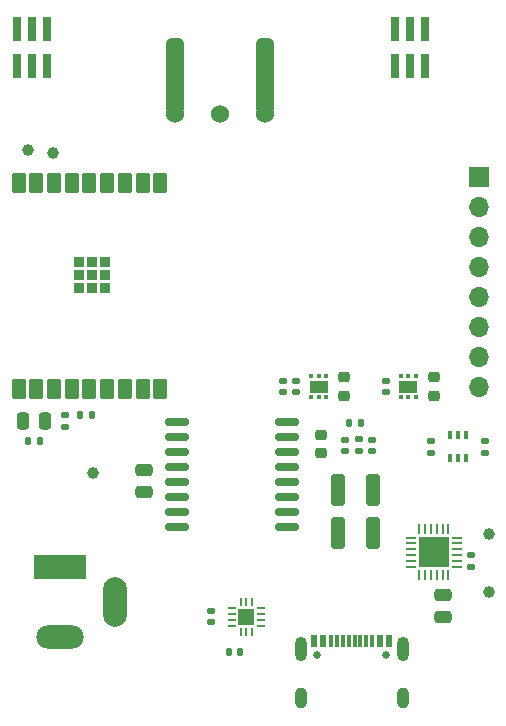
<source format=gbr>
%TF.GenerationSoftware,KiCad,Pcbnew,7.0.10*%
%TF.CreationDate,2024-03-09T04:50:20+08:00*%
%TF.ProjectId,ESP32Sensor-Sensor_board,45535033-3253-4656-9e73-6f722d53656e,rev?*%
%TF.SameCoordinates,Original*%
%TF.FileFunction,Soldermask,Top*%
%TF.FilePolarity,Negative*%
%FSLAX46Y46*%
G04 Gerber Fmt 4.6, Leading zero omitted, Abs format (unit mm)*
G04 Created by KiCad (PCBNEW 7.0.10) date 2024-03-09 04:50:20*
%MOMM*%
%LPD*%
G01*
G04 APERTURE LIST*
G04 Aperture macros list*
%AMRoundRect*
0 Rectangle with rounded corners*
0 $1 Rounding radius*
0 $2 $3 $4 $5 $6 $7 $8 $9 X,Y pos of 4 corners*
0 Add a 4 corners polygon primitive as box body*
4,1,4,$2,$3,$4,$5,$6,$7,$8,$9,$2,$3,0*
0 Add four circle primitives for the rounded corners*
1,1,$1+$1,$2,$3*
1,1,$1+$1,$4,$5*
1,1,$1+$1,$6,$7*
1,1,$1+$1,$8,$9*
0 Add four rect primitives between the rounded corners*
20,1,$1+$1,$2,$3,$4,$5,0*
20,1,$1+$1,$4,$5,$6,$7,0*
20,1,$1+$1,$6,$7,$8,$9,0*
20,1,$1+$1,$8,$9,$2,$3,0*%
G04 Aperture macros list end*
%ADD10RoundRect,0.147500X0.172500X-0.147500X0.172500X0.147500X-0.172500X0.147500X-0.172500X-0.147500X0*%
%ADD11RoundRect,0.250000X-0.250000X-0.475000X0.250000X-0.475000X0.250000X0.475000X-0.250000X0.475000X0*%
%ADD12C,1.000000*%
%ADD13RoundRect,0.250000X0.475000X-0.250000X0.475000X0.250000X-0.475000X0.250000X-0.475000X-0.250000X0*%
%ADD14RoundRect,0.135000X-0.185000X0.135000X-0.185000X-0.135000X0.185000X-0.135000X0.185000X0.135000X0*%
%ADD15R,0.400000X0.650000*%
%ADD16RoundRect,0.093750X-0.106250X0.093750X-0.106250X-0.093750X0.106250X-0.093750X0.106250X0.093750X0*%
%ADD17R,1.600000X1.000000*%
%ADD18RoundRect,0.135000X0.185000X-0.135000X0.185000X0.135000X-0.185000X0.135000X-0.185000X-0.135000X0*%
%ADD19RoundRect,0.135000X-0.135000X-0.185000X0.135000X-0.185000X0.135000X0.185000X-0.135000X0.185000X0*%
%ADD20RoundRect,0.140000X0.170000X-0.140000X0.170000X0.140000X-0.170000X0.140000X-0.170000X-0.140000X0*%
%ADD21RoundRect,0.062500X0.062500X-0.275000X0.062500X0.275000X-0.062500X0.275000X-0.062500X-0.275000X0*%
%ADD22RoundRect,0.062500X0.275000X-0.062500X0.275000X0.062500X-0.275000X0.062500X-0.275000X-0.062500X0*%
%ADD23R,1.450000X1.450000*%
%ADD24R,0.760000X2.030000*%
%ADD25RoundRect,0.140000X0.140000X0.170000X-0.140000X0.170000X-0.140000X-0.170000X0.140000X-0.170000X0*%
%ADD26RoundRect,0.225000X-0.250000X0.225000X-0.250000X-0.225000X0.250000X-0.225000X0.250000X0.225000X0*%
%ADD27RoundRect,0.140000X-0.140000X-0.170000X0.140000X-0.170000X0.140000X0.170000X-0.140000X0.170000X0*%
%ADD28RoundRect,0.062500X0.062500X-0.350000X0.062500X0.350000X-0.062500X0.350000X-0.062500X-0.350000X0*%
%ADD29RoundRect,0.062500X0.350000X-0.062500X0.350000X0.062500X-0.350000X0.062500X-0.350000X-0.062500X0*%
%ADD30R,2.600000X2.600000*%
%ADD31RoundRect,0.381000X-0.381000X-2.794000X0.381000X-2.794000X0.381000X2.794000X-0.381000X2.794000X0*%
%ADD32C,1.524000*%
%ADD33C,0.650000*%
%ADD34R,0.600000X1.140000*%
%ADD35R,0.300000X1.140000*%
%ADD36O,1.000000X2.100000*%
%ADD37O,1.000000X1.800000*%
%ADD38R,4.500000X2.000000*%
%ADD39O,4.000000X2.000000*%
%ADD40O,2.000000X4.200000*%
%ADD41RoundRect,0.150000X-0.875000X-0.150000X0.875000X-0.150000X0.875000X0.150000X-0.875000X0.150000X0*%
%ADD42RoundRect,0.250000X-0.325000X-1.100000X0.325000X-1.100000X0.325000X1.100000X-0.325000X1.100000X0*%
%ADD43RoundRect,0.102000X0.450000X-0.750000X0.450000X0.750000X-0.450000X0.750000X-0.450000X-0.750000X0*%
%ADD44RoundRect,0.102000X0.350000X-0.350000X0.350000X0.350000X-0.350000X0.350000X-0.350000X-0.350000X0*%
%ADD45R,1.700000X1.700000*%
%ADD46O,1.700000X1.700000*%
G04 APERTURE END LIST*
D10*
%TO.C,FB1*%
X156300000Y-106485000D03*
X156300000Y-105515000D03*
%TD*%
D11*
%TO.C,C18*%
X134250000Y-108900000D03*
X136150000Y-108900000D03*
%TD*%
D12*
%TO.C,TP5*%
X173700000Y-123400000D03*
%TD*%
D13*
%TO.C,C1*%
X169800000Y-125550000D03*
X169800000Y-123650000D03*
%TD*%
D14*
%TO.C,R1*%
X172200000Y-120300000D03*
X172200000Y-121320000D03*
%TD*%
D15*
%TO.C,U10*%
X171750000Y-110150000D03*
X171100000Y-110150000D03*
X170450000Y-110150000D03*
X170450000Y-112050000D03*
X171100000Y-112050000D03*
X171750000Y-112050000D03*
%TD*%
D16*
%TO.C,U14*%
X159950000Y-105125000D03*
X159300000Y-105125000D03*
X158650000Y-105125000D03*
X158650000Y-106900000D03*
X159300000Y-106900000D03*
X159950000Y-106900000D03*
D17*
X159300000Y-106012500D03*
%TD*%
D18*
%TO.C,R18*%
X168800000Y-111610000D03*
X168800000Y-110590000D03*
%TD*%
D12*
%TO.C,TP1*%
X136800000Y-86200000D03*
%TD*%
D16*
%TO.C,U11*%
X167550000Y-105125000D03*
X166900000Y-105125000D03*
X166250000Y-105125000D03*
X166250000Y-106900000D03*
X166900000Y-106900000D03*
X167550000Y-106900000D03*
D17*
X166900000Y-106012500D03*
%TD*%
D19*
%TO.C,R22*%
X161890000Y-109100000D03*
X162910000Y-109100000D03*
%TD*%
D20*
%TO.C,C29*%
X157400000Y-106492500D03*
X157400000Y-105532500D03*
%TD*%
D21*
%TO.C,U8*%
X152700000Y-126762500D03*
X153200000Y-126762500D03*
X153700000Y-126762500D03*
D22*
X154462500Y-126250000D03*
X154462500Y-125750000D03*
X154462500Y-125250000D03*
X154462500Y-124750000D03*
D21*
X153700000Y-124237500D03*
X153200000Y-124237500D03*
X152700000Y-124237500D03*
D22*
X151937500Y-124750000D03*
X151937500Y-125250000D03*
X151937500Y-125750000D03*
X151937500Y-126250000D03*
D23*
X153200000Y-125500000D03*
%TD*%
D24*
%TO.C,J2*%
X168282500Y-75782500D03*
X168282500Y-78832500D03*
X167012500Y-75782500D03*
X167012500Y-78832500D03*
X165742500Y-75782500D03*
X165742500Y-78832500D03*
%TD*%
D25*
%TO.C,C22*%
X140080000Y-108400000D03*
X139120000Y-108400000D03*
%TD*%
D26*
%TO.C,C25*%
X169050000Y-105237500D03*
X169050000Y-106787500D03*
%TD*%
D12*
%TO.C,TP3*%
X140200000Y-113330000D03*
%TD*%
D10*
%TO.C,FB2*%
X163800000Y-111485000D03*
X163800000Y-110515000D03*
%TD*%
D27*
%TO.C,C20*%
X151720000Y-128500000D03*
X152680000Y-128500000D03*
%TD*%
D18*
%TO.C,R19*%
X173400000Y-111610000D03*
X173400000Y-110590000D03*
%TD*%
D28*
%TO.C,U15*%
X167800000Y-121987500D03*
X168300000Y-121987500D03*
X168800000Y-121987500D03*
X169300000Y-121987500D03*
X169800000Y-121987500D03*
X170300000Y-121987500D03*
D29*
X170987500Y-121300000D03*
X170987500Y-120800000D03*
X170987500Y-120300000D03*
X170987500Y-119800000D03*
X170987500Y-119300000D03*
X170987500Y-118800000D03*
D28*
X170300000Y-118112500D03*
X169800000Y-118112500D03*
X169300000Y-118112500D03*
X168800000Y-118112500D03*
X168300000Y-118112500D03*
X167800000Y-118112500D03*
D29*
X167112500Y-118800000D03*
X167112500Y-119300000D03*
X167112500Y-119800000D03*
X167112500Y-120300000D03*
X167112500Y-120800000D03*
X167112500Y-121300000D03*
D30*
X169050000Y-120050000D03*
%TD*%
D31*
%TO.C,PD1*%
X154726500Y-79729500D03*
D32*
X154726500Y-82904500D03*
D31*
X147170000Y-79729500D03*
D32*
X147170000Y-82904500D03*
X150916500Y-82904500D03*
%TD*%
D20*
%TO.C,C27*%
X161500000Y-111480000D03*
X161500000Y-110520000D03*
%TD*%
D18*
%TO.C,R16*%
X137800000Y-109410000D03*
X137800000Y-108390000D03*
%TD*%
D26*
%TO.C,C23*%
X159500000Y-110125000D03*
X159500000Y-111675000D03*
%TD*%
D13*
%TO.C,C26*%
X144500000Y-114950000D03*
X144500000Y-113050000D03*
%TD*%
D20*
%TO.C,C24*%
X165000000Y-106492500D03*
X165000000Y-105532500D03*
%TD*%
D12*
%TO.C,TP2*%
X134700000Y-86000000D03*
%TD*%
D33*
%TO.C,J3*%
X159210000Y-128710000D03*
X164990000Y-128710000D03*
D34*
X158900000Y-127580000D03*
X159700000Y-127580000D03*
D35*
X160850000Y-127580000D03*
X161850000Y-127580000D03*
X162350000Y-127580000D03*
X163350000Y-127580000D03*
D34*
X165300000Y-127580000D03*
X164500000Y-127580000D03*
D35*
X163850000Y-127580000D03*
X162850000Y-127580000D03*
X161350000Y-127580000D03*
X160350000Y-127580000D03*
D36*
X157780000Y-128210000D03*
D37*
X157780000Y-132390000D03*
X166420000Y-132390000D03*
D36*
X166420000Y-128210000D03*
%TD*%
D38*
%TO.C,J1*%
X137400000Y-121250000D03*
D39*
X137400000Y-127250000D03*
D40*
X142100000Y-124250000D03*
%TD*%
D41*
%TO.C,U13*%
X147350000Y-109055000D03*
X147350000Y-110325000D03*
X147350000Y-111595000D03*
X147350000Y-112865000D03*
X147350000Y-114135000D03*
X147350000Y-115405000D03*
X147350000Y-116675000D03*
X147350000Y-117945000D03*
X156650000Y-117945000D03*
X156650000Y-116675000D03*
X156650000Y-115405000D03*
X156650000Y-114135000D03*
X156650000Y-112865000D03*
X156650000Y-111595000D03*
X156650000Y-110325000D03*
X156650000Y-109055000D03*
%TD*%
D42*
%TO.C,C28*%
X160925000Y-114800000D03*
X163875000Y-114800000D03*
%TD*%
D20*
%TO.C,C19*%
X150200000Y-125980000D03*
X150200000Y-125020000D03*
%TD*%
D27*
%TO.C,C17*%
X134720000Y-110600000D03*
X135680000Y-110600000D03*
%TD*%
D12*
%TO.C,TP6*%
X173700000Y-118500000D03*
%TD*%
D42*
%TO.C,C31*%
X160925000Y-118400000D03*
X163875000Y-118400000D03*
%TD*%
D24*
%TO.C,J4*%
X136282500Y-75782500D03*
X136282500Y-78832500D03*
X135012500Y-75782500D03*
X135012500Y-78832500D03*
X133742500Y-75782500D03*
X133742500Y-78832500D03*
%TD*%
D18*
%TO.C,R23*%
X162700000Y-111510000D03*
X162700000Y-110490000D03*
%TD*%
D43*
%TO.C,U9*%
X133905100Y-106250000D03*
X135405100Y-106250000D03*
X136905100Y-106250000D03*
X138405100Y-106250000D03*
X139905100Y-106250000D03*
X141405100Y-106250000D03*
X142905100Y-106250000D03*
X144405100Y-106250000D03*
X145905100Y-106250000D03*
X145905100Y-88750000D03*
X144405100Y-88750000D03*
X142905100Y-88750000D03*
X141405100Y-88750000D03*
X139905100Y-88750000D03*
X138405100Y-88750000D03*
X136905100Y-88750000D03*
X135405100Y-88750000D03*
X133905100Y-88750000D03*
D44*
X139005100Y-97640000D03*
X139005100Y-96540000D03*
X139005100Y-95440000D03*
X140105100Y-97640000D03*
X140105100Y-96540000D03*
X140105100Y-95440000D03*
X141205100Y-97640000D03*
X141205100Y-96540000D03*
X141205100Y-95440000D03*
%TD*%
D26*
%TO.C,C30*%
X161450000Y-105237500D03*
X161450000Y-106787500D03*
%TD*%
D45*
%TO.C,J6*%
X172900000Y-88280000D03*
D46*
X172900000Y-90820000D03*
X172900000Y-93360000D03*
X172900000Y-95900000D03*
X172900000Y-98440000D03*
X172900000Y-100980000D03*
X172900000Y-103520000D03*
X172900000Y-106060000D03*
%TD*%
M02*

</source>
